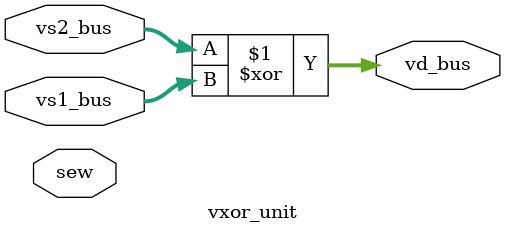
<source format=v>
`ifndef VXOR_UNIT_V
`define VXOR_UNIT_V
module vxor_unit #(parameter VLEN_BITS = 128)(
    input  wire                      sew,        // 0:8bit  1:32bit (未用, 但保留接口)
    input  wire [VLEN_BITS*4-1:0]    vs2_bus,    // 最多 4×128 = 512 bits
    input  wire [VLEN_BITS*4-1:0]    vs1_bus,
    output wire [VLEN_BITS*4-1:0]    vd_bus
);
    // XOR 对元素宽度不敏感，直接逐位异或
    assign vd_bus = vs2_bus ^ vs1_bus;
endmodule
`endif
</source>
